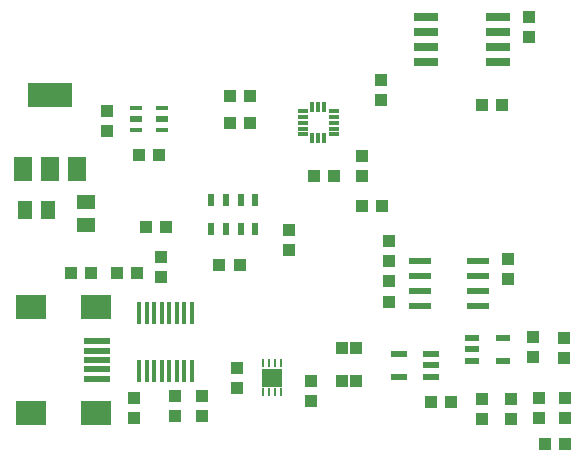
<source format=gbr>
G04 #@! TF.FileFunction,Paste,Top*
%FSLAX46Y46*%
G04 Gerber Fmt 4.6, Leading zero omitted, Abs format (unit mm)*
G04 Created by KiCad (PCBNEW 4.0.0-rc2-stable) date 5/23/2016 2:13:21 PM*
%MOMM*%
G01*
G04 APERTURE LIST*
%ADD10C,0.100000*%
%ADD11R,0.965200X0.304800*%
%ADD12R,0.304800X0.965200*%
%ADD13R,1.000000X1.100000*%
%ADD14R,1.100000X1.000000*%
%ADD15R,0.508000X1.092200*%
%ADD16R,1.981200X0.558800*%
%ADD17R,1.498600X2.006600*%
%ADD18R,3.810000X2.006600*%
%ADD19R,1.500000X1.300000*%
%ADD20R,1.300000X1.500000*%
%ADD21R,0.280000X0.690000*%
%ADD22R,1.700000X1.500000*%
%ADD23R,1.200000X0.550000*%
%ADD24R,2.032000X0.660400*%
%ADD25R,2.500000X2.000000*%
%ADD26R,2.300000X0.500000*%
%ADD27R,0.355600X1.981200*%
%ADD28R,1.100000X0.350000*%
%ADD29R,1.100000X0.600000*%
%ADD30R,1.320800X0.558800*%
G04 APERTURE END LIST*
D10*
D11*
X148660300Y-90153000D03*
X148660300Y-90635600D03*
X148660300Y-91143600D03*
X148660300Y-91651600D03*
X148660300Y-92134200D03*
D12*
X149473100Y-92464400D03*
X149981100Y-92464400D03*
X150489100Y-92464400D03*
D11*
X151301900Y-92134200D03*
X151301900Y-91651600D03*
X151301900Y-91143600D03*
X151301900Y-90635600D03*
X151301900Y-90153000D03*
D12*
X150489100Y-89822800D03*
X149981100Y-89822800D03*
X149473100Y-89822800D03*
D13*
X155271100Y-89233600D03*
X155271100Y-87533600D03*
D14*
X151341100Y-95713600D03*
X149641100Y-95713600D03*
X142501100Y-91173600D03*
X144201100Y-91173600D03*
X142501100Y-88933600D03*
X144201100Y-88933600D03*
D13*
X153711100Y-95693600D03*
X153711100Y-93993600D03*
D15*
X140891500Y-100158200D03*
X142136100Y-100158200D03*
X143406100Y-100158200D03*
X144650700Y-100158200D03*
X144650700Y-97669000D03*
X143406100Y-97669000D03*
X142136100Y-97669000D03*
X140891500Y-97669000D03*
D14*
X135431100Y-100003600D03*
X137131100Y-100003600D03*
D13*
X147471100Y-101953600D03*
X147471100Y-100253600D03*
D14*
X141621100Y-103193600D03*
X143321100Y-103193600D03*
D16*
X158607300Y-102838600D03*
X158607300Y-104108600D03*
X158607300Y-105378600D03*
X158607300Y-106648600D03*
X163534900Y-106648600D03*
X163534900Y-105378600D03*
X163534900Y-104108600D03*
X163534900Y-102838600D03*
D14*
X166071100Y-104413600D03*
X166071100Y-102713600D03*
D13*
X156011100Y-101153600D03*
X156011100Y-102853600D03*
X156011100Y-106303600D03*
X156011100Y-104603600D03*
D14*
X153711100Y-98253600D03*
X155411100Y-98253600D03*
D17*
X124970500Y-95073200D03*
X127256500Y-95073200D03*
X129542500Y-95073200D03*
D18*
X127231100Y-88774000D03*
D19*
X130281100Y-97913600D03*
X130281100Y-99813600D03*
D20*
X127071100Y-98523600D03*
X125171100Y-98523600D03*
D14*
X136501100Y-93853600D03*
X134801100Y-93853600D03*
X132111100Y-90203600D03*
X132111100Y-91903600D03*
D21*
X145301100Y-111491600D03*
X145801100Y-111493600D03*
X146301100Y-111493600D03*
X146801100Y-111493600D03*
X145339100Y-113993600D03*
X145833100Y-113993600D03*
X146301100Y-113993600D03*
X146801100Y-113993600D03*
D22*
X146051100Y-112743600D03*
D13*
X143081100Y-113653600D03*
X143081100Y-111953600D03*
X136701100Y-104233600D03*
X136701100Y-102533600D03*
D14*
X149391100Y-113013600D03*
X149391100Y-114713600D03*
D23*
X162991000Y-109403600D03*
X162991000Y-110353600D03*
X162991000Y-111303600D03*
X165591200Y-111303600D03*
X165591200Y-109403600D03*
D13*
X161251100Y-114803600D03*
X159551100Y-114803600D03*
D14*
X163831100Y-116223600D03*
X163831100Y-114523600D03*
X168661100Y-114473600D03*
X168661100Y-116173600D03*
X170771100Y-109413600D03*
X170771100Y-111113600D03*
D13*
X168191100Y-111013600D03*
X168191100Y-109313600D03*
D14*
X170871100Y-118373600D03*
X169171100Y-118373600D03*
D13*
X166291100Y-114513600D03*
X166291100Y-116213600D03*
D24*
X159067700Y-82248600D03*
X165214500Y-82248600D03*
X159067700Y-83518600D03*
X159067700Y-84788600D03*
X165214500Y-83518600D03*
X165214500Y-84788600D03*
X159067700Y-86058600D03*
X165214500Y-86058600D03*
D13*
X163861100Y-89673600D03*
X165561100Y-89673600D03*
D14*
X167851100Y-83913600D03*
X167851100Y-82213600D03*
D13*
X137891100Y-115963600D03*
X137891100Y-114263600D03*
D14*
X129041100Y-103903600D03*
X130741100Y-103903600D03*
D13*
X140171100Y-115963600D03*
X140171100Y-114263600D03*
D14*
X132921100Y-103923600D03*
X134621100Y-103923600D03*
D13*
X134371100Y-114463600D03*
X134371100Y-116163600D03*
D25*
X131141100Y-115703600D03*
X131141100Y-106803600D03*
X125641100Y-115703600D03*
X125641100Y-106803600D03*
D26*
X131241100Y-111253600D03*
X131241100Y-112053600D03*
X131241100Y-110453600D03*
X131241100Y-109653600D03*
X131241100Y-112853600D03*
D27*
X139266300Y-107249800D03*
X138605900Y-107249800D03*
X137996300Y-107249800D03*
X137335900Y-107249800D03*
X136726300Y-107249800D03*
X136065900Y-107249800D03*
X135456300Y-107249800D03*
X134795900Y-107249800D03*
X134795900Y-112177400D03*
X135456300Y-112177400D03*
X136065900Y-112177400D03*
X136726300Y-112177400D03*
X137335900Y-112177400D03*
X137996300Y-112177400D03*
X138605900Y-112177400D03*
X139266300Y-112177400D03*
D28*
X136731100Y-89943600D03*
D29*
X136731100Y-90863600D03*
D28*
X136731100Y-91743600D03*
X134531100Y-89943600D03*
D29*
X134521100Y-90863600D03*
D28*
X134521100Y-91743600D03*
D13*
X151981100Y-113023600D03*
X153181100Y-113023600D03*
X153181100Y-110223600D03*
X151981100Y-110223600D03*
D14*
X170891100Y-116143600D03*
X170891100Y-114443600D03*
D30*
X159542700Y-112653400D03*
X159542700Y-111713600D03*
X159542700Y-110773800D03*
X156799500Y-110773800D03*
X156799500Y-112653400D03*
M02*

</source>
